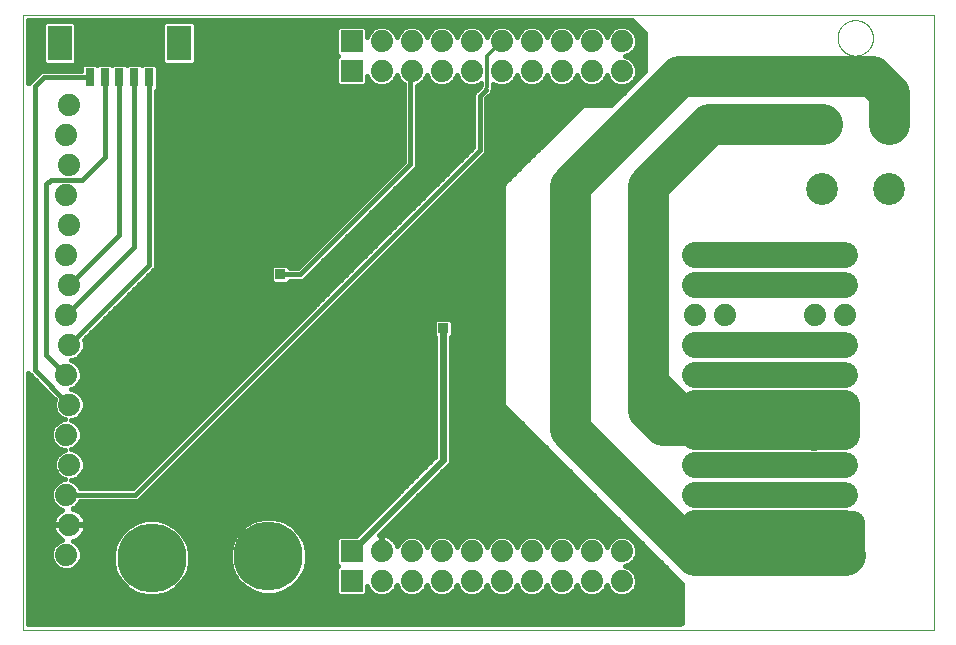
<source format=gbl>
G75*
%MOIN*%
%OFA0B0*%
%FSLAX25Y25*%
%IPPOS*%
%LPD*%
%AMOC8*
5,1,8,0,0,1.08239X$1,22.5*
%
%ADD10C,0.00000*%
%ADD11C,0.07400*%
%ADD12R,0.03150X0.06299*%
%ADD13R,0.08268X0.11811*%
%ADD14R,0.07400X0.07400*%
%ADD15C,0.23000*%
%ADD16C,0.10630*%
%ADD17C,0.08600*%
%ADD18C,0.01600*%
%ADD19C,0.01200*%
%ADD20R,0.03562X0.03562*%
%ADD21C,0.10000*%
%ADD22C,0.13819*%
%ADD23C,0.07600*%
%ADD24C,0.06600*%
%ADD25C,0.09055*%
%ADD26C,0.02400*%
D10*
X0002194Y0006842D02*
X0002194Y0211802D01*
X0305894Y0211802D01*
X0305894Y0006842D01*
X0002194Y0006842D01*
X0273768Y0204086D02*
X0273770Y0204239D01*
X0273776Y0204393D01*
X0273786Y0204546D01*
X0273800Y0204698D01*
X0273818Y0204851D01*
X0273840Y0205002D01*
X0273865Y0205153D01*
X0273895Y0205304D01*
X0273929Y0205454D01*
X0273966Y0205602D01*
X0274007Y0205750D01*
X0274052Y0205896D01*
X0274101Y0206042D01*
X0274154Y0206186D01*
X0274210Y0206328D01*
X0274270Y0206469D01*
X0274334Y0206609D01*
X0274401Y0206747D01*
X0274472Y0206883D01*
X0274547Y0207017D01*
X0274624Y0207149D01*
X0274706Y0207279D01*
X0274790Y0207407D01*
X0274878Y0207533D01*
X0274969Y0207656D01*
X0275063Y0207777D01*
X0275161Y0207895D01*
X0275261Y0208011D01*
X0275365Y0208124D01*
X0275471Y0208235D01*
X0275580Y0208343D01*
X0275692Y0208448D01*
X0275806Y0208549D01*
X0275924Y0208648D01*
X0276043Y0208744D01*
X0276165Y0208837D01*
X0276290Y0208926D01*
X0276417Y0209013D01*
X0276546Y0209095D01*
X0276677Y0209175D01*
X0276810Y0209251D01*
X0276945Y0209324D01*
X0277082Y0209393D01*
X0277221Y0209458D01*
X0277361Y0209520D01*
X0277503Y0209578D01*
X0277646Y0209633D01*
X0277791Y0209684D01*
X0277937Y0209731D01*
X0278084Y0209774D01*
X0278232Y0209813D01*
X0278381Y0209849D01*
X0278531Y0209880D01*
X0278682Y0209908D01*
X0278833Y0209932D01*
X0278986Y0209952D01*
X0279138Y0209968D01*
X0279291Y0209980D01*
X0279444Y0209988D01*
X0279597Y0209992D01*
X0279751Y0209992D01*
X0279904Y0209988D01*
X0280057Y0209980D01*
X0280210Y0209968D01*
X0280362Y0209952D01*
X0280515Y0209932D01*
X0280666Y0209908D01*
X0280817Y0209880D01*
X0280967Y0209849D01*
X0281116Y0209813D01*
X0281264Y0209774D01*
X0281411Y0209731D01*
X0281557Y0209684D01*
X0281702Y0209633D01*
X0281845Y0209578D01*
X0281987Y0209520D01*
X0282127Y0209458D01*
X0282266Y0209393D01*
X0282403Y0209324D01*
X0282538Y0209251D01*
X0282671Y0209175D01*
X0282802Y0209095D01*
X0282931Y0209013D01*
X0283058Y0208926D01*
X0283183Y0208837D01*
X0283305Y0208744D01*
X0283424Y0208648D01*
X0283542Y0208549D01*
X0283656Y0208448D01*
X0283768Y0208343D01*
X0283877Y0208235D01*
X0283983Y0208124D01*
X0284087Y0208011D01*
X0284187Y0207895D01*
X0284285Y0207777D01*
X0284379Y0207656D01*
X0284470Y0207533D01*
X0284558Y0207407D01*
X0284642Y0207279D01*
X0284724Y0207149D01*
X0284801Y0207017D01*
X0284876Y0206883D01*
X0284947Y0206747D01*
X0285014Y0206609D01*
X0285078Y0206469D01*
X0285138Y0206328D01*
X0285194Y0206186D01*
X0285247Y0206042D01*
X0285296Y0205896D01*
X0285341Y0205750D01*
X0285382Y0205602D01*
X0285419Y0205454D01*
X0285453Y0205304D01*
X0285483Y0205153D01*
X0285508Y0205002D01*
X0285530Y0204851D01*
X0285548Y0204698D01*
X0285562Y0204546D01*
X0285572Y0204393D01*
X0285578Y0204239D01*
X0285580Y0204086D01*
X0285578Y0203933D01*
X0285572Y0203779D01*
X0285562Y0203626D01*
X0285548Y0203474D01*
X0285530Y0203321D01*
X0285508Y0203170D01*
X0285483Y0203019D01*
X0285453Y0202868D01*
X0285419Y0202718D01*
X0285382Y0202570D01*
X0285341Y0202422D01*
X0285296Y0202276D01*
X0285247Y0202130D01*
X0285194Y0201986D01*
X0285138Y0201844D01*
X0285078Y0201703D01*
X0285014Y0201563D01*
X0284947Y0201425D01*
X0284876Y0201289D01*
X0284801Y0201155D01*
X0284724Y0201023D01*
X0284642Y0200893D01*
X0284558Y0200765D01*
X0284470Y0200639D01*
X0284379Y0200516D01*
X0284285Y0200395D01*
X0284187Y0200277D01*
X0284087Y0200161D01*
X0283983Y0200048D01*
X0283877Y0199937D01*
X0283768Y0199829D01*
X0283656Y0199724D01*
X0283542Y0199623D01*
X0283424Y0199524D01*
X0283305Y0199428D01*
X0283183Y0199335D01*
X0283058Y0199246D01*
X0282931Y0199159D01*
X0282802Y0199077D01*
X0282671Y0198997D01*
X0282538Y0198921D01*
X0282403Y0198848D01*
X0282266Y0198779D01*
X0282127Y0198714D01*
X0281987Y0198652D01*
X0281845Y0198594D01*
X0281702Y0198539D01*
X0281557Y0198488D01*
X0281411Y0198441D01*
X0281264Y0198398D01*
X0281116Y0198359D01*
X0280967Y0198323D01*
X0280817Y0198292D01*
X0280666Y0198264D01*
X0280515Y0198240D01*
X0280362Y0198220D01*
X0280210Y0198204D01*
X0280057Y0198192D01*
X0279904Y0198184D01*
X0279751Y0198180D01*
X0279597Y0198180D01*
X0279444Y0198184D01*
X0279291Y0198192D01*
X0279138Y0198204D01*
X0278986Y0198220D01*
X0278833Y0198240D01*
X0278682Y0198264D01*
X0278531Y0198292D01*
X0278381Y0198323D01*
X0278232Y0198359D01*
X0278084Y0198398D01*
X0277937Y0198441D01*
X0277791Y0198488D01*
X0277646Y0198539D01*
X0277503Y0198594D01*
X0277361Y0198652D01*
X0277221Y0198714D01*
X0277082Y0198779D01*
X0276945Y0198848D01*
X0276810Y0198921D01*
X0276677Y0198997D01*
X0276546Y0199077D01*
X0276417Y0199159D01*
X0276290Y0199246D01*
X0276165Y0199335D01*
X0276043Y0199428D01*
X0275924Y0199524D01*
X0275806Y0199623D01*
X0275692Y0199724D01*
X0275580Y0199829D01*
X0275471Y0199937D01*
X0275365Y0200048D01*
X0275261Y0200161D01*
X0275161Y0200277D01*
X0275063Y0200395D01*
X0274969Y0200516D01*
X0274878Y0200639D01*
X0274790Y0200765D01*
X0274706Y0200893D01*
X0274624Y0201023D01*
X0274547Y0201155D01*
X0274472Y0201289D01*
X0274401Y0201425D01*
X0274334Y0201563D01*
X0274270Y0201703D01*
X0274210Y0201844D01*
X0274154Y0201986D01*
X0274101Y0202130D01*
X0274052Y0202276D01*
X0274007Y0202422D01*
X0273966Y0202570D01*
X0273929Y0202718D01*
X0273895Y0202868D01*
X0273865Y0203019D01*
X0273840Y0203170D01*
X0273818Y0203321D01*
X0273800Y0203474D01*
X0273786Y0203626D01*
X0273776Y0203779D01*
X0273770Y0203933D01*
X0273768Y0204086D01*
D11*
X0201800Y0202983D03*
X0201800Y0192983D03*
X0191800Y0192983D03*
X0181800Y0192983D03*
X0171800Y0192983D03*
X0161800Y0192983D03*
X0151800Y0192983D03*
X0141800Y0192983D03*
X0131800Y0192983D03*
X0121800Y0192983D03*
X0121800Y0202983D03*
X0131800Y0202983D03*
X0141800Y0202983D03*
X0151800Y0202983D03*
X0161800Y0202983D03*
X0171800Y0202983D03*
X0181800Y0202983D03*
X0191800Y0202983D03*
X0226194Y0131842D03*
X0236194Y0131842D03*
X0236194Y0121842D03*
X0226194Y0121842D03*
X0226194Y0111842D03*
X0236194Y0111842D03*
X0236194Y0101842D03*
X0226194Y0101842D03*
X0226194Y0091842D03*
X0236194Y0091842D03*
X0236194Y0081842D03*
X0226194Y0081842D03*
X0226194Y0071842D03*
X0236194Y0071842D03*
X0236194Y0061842D03*
X0226194Y0061842D03*
X0226194Y0051842D03*
X0236194Y0051842D03*
X0236194Y0041842D03*
X0226194Y0041842D03*
X0226194Y0031842D03*
X0236194Y0031842D03*
X0266194Y0031842D03*
X0276194Y0031842D03*
X0276194Y0041842D03*
X0266194Y0041842D03*
X0266194Y0051842D03*
X0276194Y0051842D03*
X0276194Y0061842D03*
X0266194Y0061842D03*
X0266194Y0071842D03*
X0276194Y0071842D03*
X0276194Y0081842D03*
X0266194Y0081842D03*
X0266194Y0091842D03*
X0276194Y0091842D03*
X0276194Y0101842D03*
X0266194Y0101842D03*
X0266194Y0111842D03*
X0276194Y0111842D03*
X0276194Y0121842D03*
X0266194Y0121842D03*
X0266194Y0131842D03*
X0276194Y0131842D03*
X0201800Y0032983D03*
X0201800Y0022983D03*
X0191800Y0022983D03*
X0181800Y0022983D03*
X0171800Y0022983D03*
X0161800Y0022983D03*
X0151800Y0022983D03*
X0141800Y0022983D03*
X0131800Y0022983D03*
X0121800Y0022983D03*
X0121800Y0032983D03*
X0131800Y0032983D03*
X0141800Y0032983D03*
X0151800Y0032983D03*
X0161800Y0032983D03*
X0171800Y0032983D03*
X0181800Y0032983D03*
X0191800Y0032983D03*
X0017694Y0041842D03*
X0016694Y0051842D03*
X0017694Y0061842D03*
X0016694Y0071842D03*
X0017694Y0081842D03*
X0016694Y0091842D03*
X0017694Y0101842D03*
X0016694Y0111842D03*
X0017694Y0121842D03*
X0016694Y0131842D03*
X0017694Y0141842D03*
X0016694Y0151842D03*
X0017694Y0161842D03*
X0016694Y0171842D03*
X0017694Y0181842D03*
X0016694Y0031842D03*
D12*
X0024548Y0190936D03*
X0029469Y0190936D03*
X0034391Y0190936D03*
X0039312Y0190936D03*
X0044233Y0190936D03*
D13*
X0054272Y0202353D03*
X0014509Y0202353D03*
D14*
X0111800Y0202983D03*
X0111800Y0192983D03*
X0111800Y0032983D03*
X0111800Y0022983D03*
D15*
X0084083Y0031251D03*
X0045107Y0030857D03*
D16*
X0268454Y0153692D03*
X0290894Y0153692D03*
X0290894Y0175346D03*
X0268454Y0175346D03*
D17*
X0276194Y0131842D02*
X0226194Y0131842D01*
X0226194Y0121842D02*
X0276194Y0121842D01*
X0276194Y0101842D02*
X0226194Y0101842D01*
X0226194Y0091842D02*
X0276194Y0091842D01*
X0276194Y0061842D02*
X0266194Y0061842D01*
X0226194Y0061842D01*
X0226194Y0051842D02*
X0276194Y0051842D01*
D18*
X0276194Y0061842D02*
X0266194Y0061842D01*
X0219649Y0024425D02*
X0206723Y0024425D01*
X0206900Y0023998D02*
X0206124Y0025872D01*
X0204689Y0027307D01*
X0203056Y0027983D01*
X0204689Y0028660D01*
X0206124Y0030094D01*
X0206900Y0031969D01*
X0206900Y0033998D01*
X0206124Y0035872D01*
X0204689Y0037307D01*
X0202814Y0038083D01*
X0200786Y0038083D01*
X0198911Y0037307D01*
X0197476Y0035872D01*
X0196800Y0034239D01*
X0196124Y0035872D01*
X0194689Y0037307D01*
X0192814Y0038083D01*
X0190786Y0038083D01*
X0188911Y0037307D01*
X0187476Y0035872D01*
X0186800Y0034239D01*
X0186124Y0035872D01*
X0184689Y0037307D01*
X0182814Y0038083D01*
X0180786Y0038083D01*
X0178911Y0037307D01*
X0177476Y0035872D01*
X0176800Y0034239D01*
X0176124Y0035872D01*
X0174689Y0037307D01*
X0172814Y0038083D01*
X0170786Y0038083D01*
X0168911Y0037307D01*
X0167476Y0035872D01*
X0166800Y0034239D01*
X0166124Y0035872D01*
X0164689Y0037307D01*
X0162814Y0038083D01*
X0160786Y0038083D01*
X0158911Y0037307D01*
X0157476Y0035872D01*
X0156800Y0034239D01*
X0156124Y0035872D01*
X0154689Y0037307D01*
X0152814Y0038083D01*
X0150786Y0038083D01*
X0148911Y0037307D01*
X0147476Y0035872D01*
X0146800Y0034239D01*
X0146124Y0035872D01*
X0144689Y0037307D01*
X0142814Y0038083D01*
X0140786Y0038083D01*
X0138911Y0037307D01*
X0137476Y0035872D01*
X0136800Y0034239D01*
X0136124Y0035872D01*
X0134689Y0037307D01*
X0132814Y0038083D01*
X0130786Y0038083D01*
X0128911Y0037307D01*
X0127476Y0035872D01*
X0127010Y0034747D01*
X0126897Y0035095D01*
X0126504Y0035866D01*
X0125995Y0036566D01*
X0125383Y0037179D01*
X0124683Y0037687D01*
X0123911Y0038080D01*
X0123088Y0038348D01*
X0122233Y0038483D01*
X0122000Y0038483D01*
X0122000Y0033183D01*
X0121600Y0033183D01*
X0121600Y0038483D01*
X0121367Y0038483D01*
X0120903Y0038410D01*
X0144555Y0062062D01*
X0144951Y0063017D01*
X0144951Y0104293D01*
X0145532Y0104874D01*
X0145532Y0109596D01*
X0144712Y0110416D01*
X0139990Y0110416D01*
X0139170Y0109596D01*
X0139170Y0104874D01*
X0139751Y0104293D01*
X0139751Y0064612D01*
X0113223Y0038083D01*
X0107520Y0038083D01*
X0106700Y0037263D01*
X0106700Y0028704D01*
X0107420Y0027983D01*
X0106700Y0027263D01*
X0106700Y0018704D01*
X0107520Y0017883D01*
X0116080Y0017883D01*
X0116900Y0018704D01*
X0116900Y0021486D01*
X0117476Y0020094D01*
X0118911Y0018660D01*
X0120786Y0017883D01*
X0122814Y0017883D01*
X0124689Y0018660D01*
X0126124Y0020094D01*
X0126800Y0021728D01*
X0127476Y0020094D01*
X0128911Y0018660D01*
X0130786Y0017883D01*
X0132814Y0017883D01*
X0134689Y0018660D01*
X0136124Y0020094D01*
X0136800Y0021728D01*
X0137476Y0020094D01*
X0138911Y0018660D01*
X0140786Y0017883D01*
X0142814Y0017883D01*
X0144689Y0018660D01*
X0146124Y0020094D01*
X0146800Y0021728D01*
X0147476Y0020094D01*
X0148911Y0018660D01*
X0150786Y0017883D01*
X0152814Y0017883D01*
X0154689Y0018660D01*
X0156124Y0020094D01*
X0156800Y0021728D01*
X0157476Y0020094D01*
X0158911Y0018660D01*
X0160786Y0017883D01*
X0162814Y0017883D01*
X0164689Y0018660D01*
X0166124Y0020094D01*
X0166800Y0021728D01*
X0167476Y0020094D01*
X0168911Y0018660D01*
X0170786Y0017883D01*
X0172814Y0017883D01*
X0174689Y0018660D01*
X0176124Y0020094D01*
X0176800Y0021728D01*
X0177476Y0020094D01*
X0178911Y0018660D01*
X0180786Y0017883D01*
X0182814Y0017883D01*
X0184689Y0018660D01*
X0186124Y0020094D01*
X0186800Y0021728D01*
X0187476Y0020094D01*
X0188911Y0018660D01*
X0190786Y0017883D01*
X0192814Y0017883D01*
X0194689Y0018660D01*
X0196124Y0020094D01*
X0196800Y0021728D01*
X0197476Y0020094D01*
X0198911Y0018660D01*
X0200786Y0017883D01*
X0202814Y0017883D01*
X0204689Y0018660D01*
X0206124Y0020094D01*
X0206900Y0021969D01*
X0206900Y0023998D01*
X0206900Y0022827D02*
X0221248Y0022827D01*
X0221879Y0022196D02*
X0221879Y0009204D01*
X0221317Y0008642D01*
X0003994Y0008642D01*
X0003994Y0092430D01*
X0012879Y0083545D01*
X0012594Y0082856D01*
X0012594Y0080827D01*
X0013370Y0078953D01*
X0014805Y0077518D01*
X0016196Y0076942D01*
X0015679Y0076942D01*
X0013805Y0076165D01*
X0012370Y0074731D01*
X0011594Y0072856D01*
X0011594Y0070827D01*
X0012370Y0068953D01*
X0013805Y0067518D01*
X0015679Y0066742D01*
X0016196Y0066742D01*
X0014805Y0066165D01*
X0013370Y0064731D01*
X0012594Y0062856D01*
X0012594Y0060827D01*
X0013370Y0058953D01*
X0014805Y0057518D01*
X0016196Y0056942D01*
X0015679Y0056942D01*
X0013805Y0056165D01*
X0012370Y0054731D01*
X0011594Y0052856D01*
X0011594Y0050827D01*
X0012370Y0048953D01*
X0013805Y0047518D01*
X0015413Y0046852D01*
X0014811Y0046546D01*
X0014111Y0046037D01*
X0013499Y0045425D01*
X0012990Y0044724D01*
X0012597Y0043953D01*
X0012329Y0043130D01*
X0012194Y0042275D01*
X0012194Y0042042D01*
X0017494Y0042042D01*
X0017494Y0041642D01*
X0012194Y0041642D01*
X0012194Y0041409D01*
X0012329Y0040554D01*
X0012597Y0039730D01*
X0012990Y0038959D01*
X0013499Y0038259D01*
X0014111Y0037647D01*
X0014811Y0037138D01*
X0015413Y0036831D01*
X0013805Y0036165D01*
X0012370Y0034731D01*
X0011594Y0032856D01*
X0011594Y0030827D01*
X0012370Y0028953D01*
X0013805Y0027518D01*
X0015679Y0026742D01*
X0017708Y0026742D01*
X0019583Y0027518D01*
X0021017Y0028953D01*
X0021794Y0030827D01*
X0021794Y0032856D01*
X0021017Y0034731D01*
X0019583Y0036165D01*
X0018872Y0036460D01*
X0018982Y0036477D01*
X0019805Y0036745D01*
X0020576Y0037138D01*
X0021277Y0037647D01*
X0021889Y0038259D01*
X0022398Y0038959D01*
X0022791Y0039730D01*
X0023058Y0040554D01*
X0023194Y0041409D01*
X0023194Y0041642D01*
X0017894Y0041642D01*
X0017894Y0042042D01*
X0023194Y0042042D01*
X0023194Y0042275D01*
X0023058Y0043130D01*
X0022791Y0043953D01*
X0022398Y0044724D01*
X0021889Y0045425D01*
X0021277Y0046037D01*
X0020576Y0046546D01*
X0019805Y0046939D01*
X0018982Y0047206D01*
X0018872Y0047224D01*
X0019583Y0047518D01*
X0021017Y0048953D01*
X0021303Y0049642D01*
X0040625Y0049642D01*
X0041913Y0050930D01*
X0041913Y0050930D01*
X0156756Y0165773D01*
X0156756Y0183883D01*
X0158724Y0185852D01*
X0158724Y0186528D01*
X0158918Y0186722D01*
X0158918Y0188657D01*
X0160786Y0187883D01*
X0162814Y0187883D01*
X0164689Y0188660D01*
X0166124Y0190094D01*
X0166800Y0191728D01*
X0167476Y0190094D01*
X0168911Y0188660D01*
X0170786Y0187883D01*
X0172814Y0187883D01*
X0174689Y0188660D01*
X0176124Y0190094D01*
X0176800Y0191728D01*
X0177476Y0190094D01*
X0178911Y0188660D01*
X0180786Y0187883D01*
X0182814Y0187883D01*
X0184689Y0188660D01*
X0186124Y0190094D01*
X0186800Y0191728D01*
X0187476Y0190094D01*
X0188911Y0188660D01*
X0190786Y0187883D01*
X0192814Y0187883D01*
X0194689Y0188660D01*
X0196124Y0190094D01*
X0196800Y0191728D01*
X0197476Y0190094D01*
X0198911Y0188660D01*
X0200786Y0187883D01*
X0202814Y0187883D01*
X0204689Y0188660D01*
X0206124Y0190094D01*
X0206900Y0191969D01*
X0206900Y0193998D01*
X0206124Y0195872D01*
X0204689Y0197307D01*
X0203056Y0197983D01*
X0204689Y0198660D01*
X0206124Y0200094D01*
X0206900Y0201969D01*
X0206900Y0203998D01*
X0206124Y0205872D01*
X0204689Y0207307D01*
X0202814Y0208083D01*
X0200786Y0208083D01*
X0198911Y0207307D01*
X0197476Y0205872D01*
X0196800Y0204239D01*
X0196124Y0205872D01*
X0194689Y0207307D01*
X0192814Y0208083D01*
X0190786Y0208083D01*
X0188911Y0207307D01*
X0187476Y0205872D01*
X0186800Y0204239D01*
X0186124Y0205872D01*
X0184689Y0207307D01*
X0182814Y0208083D01*
X0180786Y0208083D01*
X0178911Y0207307D01*
X0177476Y0205872D01*
X0176800Y0204239D01*
X0176124Y0205872D01*
X0174689Y0207307D01*
X0172814Y0208083D01*
X0170786Y0208083D01*
X0168911Y0207307D01*
X0167476Y0205872D01*
X0166800Y0204239D01*
X0166124Y0205872D01*
X0164689Y0207307D01*
X0162814Y0208083D01*
X0160786Y0208083D01*
X0158911Y0207307D01*
X0157476Y0205872D01*
X0156800Y0204239D01*
X0156124Y0205872D01*
X0154689Y0207307D01*
X0152814Y0208083D01*
X0150786Y0208083D01*
X0148911Y0207307D01*
X0147476Y0205872D01*
X0146800Y0204239D01*
X0146124Y0205872D01*
X0144689Y0207307D01*
X0142814Y0208083D01*
X0140786Y0208083D01*
X0138911Y0207307D01*
X0137476Y0205872D01*
X0136800Y0204239D01*
X0136124Y0205872D01*
X0134689Y0207307D01*
X0132814Y0208083D01*
X0130786Y0208083D01*
X0128911Y0207307D01*
X0127476Y0205872D01*
X0126800Y0204239D01*
X0126124Y0205872D01*
X0124689Y0207307D01*
X0122814Y0208083D01*
X0120786Y0208083D01*
X0118911Y0207307D01*
X0117476Y0205872D01*
X0116900Y0204481D01*
X0116900Y0207263D01*
X0116080Y0208083D01*
X0107520Y0208083D01*
X0106700Y0207263D01*
X0106700Y0198704D01*
X0107420Y0197983D01*
X0106700Y0197263D01*
X0106700Y0188704D01*
X0107520Y0187883D01*
X0116080Y0187883D01*
X0116900Y0188704D01*
X0116900Y0191486D01*
X0117476Y0190094D01*
X0118911Y0188660D01*
X0120786Y0187883D01*
X0122814Y0187883D01*
X0124689Y0188660D01*
X0126124Y0190094D01*
X0126800Y0191728D01*
X0127476Y0190094D01*
X0128911Y0188660D01*
X0129128Y0188570D01*
X0129128Y0162871D01*
X0093802Y0127546D01*
X0091202Y0127546D01*
X0091202Y0127707D01*
X0090381Y0128527D01*
X0085659Y0128527D01*
X0084839Y0127707D01*
X0084839Y0122985D01*
X0085659Y0122165D01*
X0090381Y0122165D01*
X0091202Y0122985D01*
X0091202Y0123146D01*
X0095625Y0123146D01*
X0132239Y0159760D01*
X0133528Y0161049D01*
X0133528Y0188179D01*
X0134689Y0188660D01*
X0136124Y0190094D01*
X0136800Y0191728D01*
X0137476Y0190094D01*
X0138911Y0188660D01*
X0140786Y0187883D01*
X0142814Y0187883D01*
X0144689Y0188660D01*
X0146124Y0190094D01*
X0146800Y0191728D01*
X0147476Y0190094D01*
X0148911Y0188660D01*
X0150786Y0187883D01*
X0152814Y0187883D01*
X0154689Y0188660D01*
X0154918Y0188889D01*
X0154918Y0188379D01*
X0154524Y0187985D01*
X0154524Y0187874D01*
X0152356Y0185706D01*
X0152356Y0167595D01*
X0038802Y0054042D01*
X0021303Y0054042D01*
X0021017Y0054731D01*
X0019583Y0056165D01*
X0018191Y0056742D01*
X0018708Y0056742D01*
X0020583Y0057518D01*
X0022017Y0058953D01*
X0022794Y0060827D01*
X0022794Y0062856D01*
X0022017Y0064731D01*
X0020583Y0066165D01*
X0018708Y0066942D01*
X0018191Y0066942D01*
X0019583Y0067518D01*
X0021017Y0068953D01*
X0021794Y0070827D01*
X0021794Y0072856D01*
X0021017Y0074731D01*
X0019583Y0076165D01*
X0018191Y0076742D01*
X0018708Y0076742D01*
X0020583Y0077518D01*
X0022017Y0078953D01*
X0022794Y0080827D01*
X0022794Y0082856D01*
X0022017Y0084731D01*
X0020583Y0086165D01*
X0018708Y0086942D01*
X0018191Y0086942D01*
X0019583Y0087518D01*
X0021017Y0088953D01*
X0021794Y0090827D01*
X0021794Y0092856D01*
X0021017Y0094731D01*
X0019583Y0096165D01*
X0018191Y0096742D01*
X0018708Y0096742D01*
X0020583Y0097518D01*
X0022017Y0098953D01*
X0022794Y0100827D01*
X0022794Y0102856D01*
X0022508Y0103545D01*
X0046433Y0127470D01*
X0046433Y0186432D01*
X0047208Y0187207D01*
X0047208Y0194666D01*
X0046388Y0195486D01*
X0042078Y0195486D01*
X0041772Y0195180D01*
X0041467Y0195486D01*
X0037157Y0195486D01*
X0036851Y0195180D01*
X0036545Y0195486D01*
X0032236Y0195486D01*
X0031930Y0195180D01*
X0031624Y0195486D01*
X0027315Y0195486D01*
X0027009Y0195180D01*
X0026703Y0195486D01*
X0022393Y0195486D01*
X0021573Y0194666D01*
X0021573Y0193136D01*
X0008212Y0193136D01*
X0005219Y0190144D01*
X0003994Y0188918D01*
X0003994Y0210002D01*
X0205332Y0210002D01*
X0209674Y0205661D01*
X0209674Y0193062D01*
X0198257Y0181645D01*
X0188808Y0181645D01*
X0162430Y0155267D01*
X0162430Y0081645D01*
X0221879Y0022196D01*
X0221879Y0021228D02*
X0206593Y0021228D01*
X0205659Y0019630D02*
X0221879Y0019630D01*
X0221879Y0018031D02*
X0203171Y0018031D01*
X0200429Y0018031D02*
X0193171Y0018031D01*
X0190429Y0018031D02*
X0183171Y0018031D01*
X0180429Y0018031D02*
X0173171Y0018031D01*
X0170429Y0018031D02*
X0163171Y0018031D01*
X0160429Y0018031D02*
X0153171Y0018031D01*
X0150429Y0018031D02*
X0143171Y0018031D01*
X0140429Y0018031D02*
X0133171Y0018031D01*
X0130429Y0018031D02*
X0123171Y0018031D01*
X0120429Y0018031D02*
X0116228Y0018031D01*
X0116900Y0019630D02*
X0117941Y0019630D01*
X0117007Y0021228D02*
X0116900Y0021228D01*
X0125659Y0019630D02*
X0127941Y0019630D01*
X0127007Y0021228D02*
X0126593Y0021228D01*
X0135659Y0019630D02*
X0137941Y0019630D01*
X0137007Y0021228D02*
X0136593Y0021228D01*
X0145659Y0019630D02*
X0147941Y0019630D01*
X0147007Y0021228D02*
X0146593Y0021228D01*
X0155659Y0019630D02*
X0157941Y0019630D01*
X0157007Y0021228D02*
X0156593Y0021228D01*
X0165659Y0019630D02*
X0167941Y0019630D01*
X0167007Y0021228D02*
X0166593Y0021228D01*
X0175659Y0019630D02*
X0177941Y0019630D01*
X0177007Y0021228D02*
X0176593Y0021228D01*
X0185659Y0019630D02*
X0187941Y0019630D01*
X0187007Y0021228D02*
X0186593Y0021228D01*
X0195659Y0019630D02*
X0197941Y0019630D01*
X0197007Y0021228D02*
X0196593Y0021228D01*
X0203928Y0027622D02*
X0216452Y0027622D01*
X0214854Y0029221D02*
X0205250Y0029221D01*
X0206424Y0030819D02*
X0213255Y0030819D01*
X0211657Y0032418D02*
X0206900Y0032418D01*
X0206892Y0034016D02*
X0210058Y0034016D01*
X0208460Y0035615D02*
X0206230Y0035615D01*
X0206861Y0037213D02*
X0204782Y0037213D01*
X0205263Y0038812D02*
X0121305Y0038812D01*
X0121600Y0037213D02*
X0122000Y0037213D01*
X0122000Y0035615D02*
X0121600Y0035615D01*
X0121600Y0034016D02*
X0122000Y0034016D01*
X0125335Y0037213D02*
X0128817Y0037213D01*
X0127370Y0035615D02*
X0126632Y0035615D01*
X0122904Y0040410D02*
X0203664Y0040410D01*
X0202066Y0042009D02*
X0124502Y0042009D01*
X0126101Y0043607D02*
X0200467Y0043607D01*
X0198869Y0045206D02*
X0127699Y0045206D01*
X0129298Y0046804D02*
X0197270Y0046804D01*
X0195672Y0048403D02*
X0130896Y0048403D01*
X0132495Y0050001D02*
X0194073Y0050001D01*
X0192475Y0051600D02*
X0134094Y0051600D01*
X0135692Y0053199D02*
X0190876Y0053199D01*
X0189278Y0054797D02*
X0137291Y0054797D01*
X0138889Y0056396D02*
X0187679Y0056396D01*
X0186081Y0057994D02*
X0140488Y0057994D01*
X0142086Y0059593D02*
X0184482Y0059593D01*
X0182884Y0061191D02*
X0143685Y0061191D01*
X0144857Y0062790D02*
X0181285Y0062790D01*
X0179687Y0064388D02*
X0144951Y0064388D01*
X0144951Y0065987D02*
X0178088Y0065987D01*
X0176490Y0067585D02*
X0144951Y0067585D01*
X0144951Y0069184D02*
X0174891Y0069184D01*
X0173293Y0070782D02*
X0144951Y0070782D01*
X0144951Y0072381D02*
X0171694Y0072381D01*
X0170096Y0073979D02*
X0144951Y0073979D01*
X0144951Y0075578D02*
X0168497Y0075578D01*
X0166899Y0077176D02*
X0144951Y0077176D01*
X0144951Y0078775D02*
X0165300Y0078775D01*
X0163702Y0080373D02*
X0144951Y0080373D01*
X0144951Y0081972D02*
X0162430Y0081972D01*
X0162430Y0083570D02*
X0144951Y0083570D01*
X0144951Y0085169D02*
X0162430Y0085169D01*
X0162430Y0086767D02*
X0144951Y0086767D01*
X0144951Y0088366D02*
X0162430Y0088366D01*
X0162430Y0089964D02*
X0144951Y0089964D01*
X0144951Y0091563D02*
X0162430Y0091563D01*
X0162430Y0093161D02*
X0144951Y0093161D01*
X0144951Y0094760D02*
X0162430Y0094760D01*
X0162430Y0096358D02*
X0144951Y0096358D01*
X0144951Y0097957D02*
X0162430Y0097957D01*
X0162430Y0099555D02*
X0144951Y0099555D01*
X0144951Y0101154D02*
X0162430Y0101154D01*
X0162430Y0102752D02*
X0144951Y0102752D01*
X0145009Y0104351D02*
X0162430Y0104351D01*
X0162430Y0105949D02*
X0145532Y0105949D01*
X0145532Y0107548D02*
X0162430Y0107548D01*
X0162430Y0109146D02*
X0145532Y0109146D01*
X0139170Y0109146D02*
X0100129Y0109146D01*
X0098531Y0107548D02*
X0139170Y0107548D01*
X0139170Y0105949D02*
X0096932Y0105949D01*
X0095334Y0104351D02*
X0139694Y0104351D01*
X0139751Y0102752D02*
X0093735Y0102752D01*
X0092137Y0101154D02*
X0139751Y0101154D01*
X0139751Y0099555D02*
X0090538Y0099555D01*
X0088940Y0097957D02*
X0139751Y0097957D01*
X0139751Y0096358D02*
X0087341Y0096358D01*
X0085743Y0094760D02*
X0139751Y0094760D01*
X0139751Y0093161D02*
X0084144Y0093161D01*
X0082546Y0091563D02*
X0139751Y0091563D01*
X0139751Y0089964D02*
X0080947Y0089964D01*
X0079349Y0088366D02*
X0139751Y0088366D01*
X0139751Y0086767D02*
X0077750Y0086767D01*
X0076152Y0085169D02*
X0139751Y0085169D01*
X0139751Y0083570D02*
X0074553Y0083570D01*
X0072955Y0081972D02*
X0139751Y0081972D01*
X0139751Y0080373D02*
X0071356Y0080373D01*
X0069758Y0078775D02*
X0139751Y0078775D01*
X0139751Y0077176D02*
X0068159Y0077176D01*
X0066561Y0075578D02*
X0139751Y0075578D01*
X0139751Y0073979D02*
X0064962Y0073979D01*
X0063364Y0072381D02*
X0139751Y0072381D01*
X0139751Y0070782D02*
X0061765Y0070782D01*
X0060167Y0069184D02*
X0139751Y0069184D01*
X0139751Y0067585D02*
X0058568Y0067585D01*
X0056970Y0065987D02*
X0139751Y0065987D01*
X0139528Y0064388D02*
X0055371Y0064388D01*
X0053773Y0062790D02*
X0137929Y0062790D01*
X0136331Y0061191D02*
X0052174Y0061191D01*
X0050576Y0059593D02*
X0134732Y0059593D01*
X0133134Y0057994D02*
X0048977Y0057994D01*
X0047378Y0056396D02*
X0131535Y0056396D01*
X0129937Y0054797D02*
X0045780Y0054797D01*
X0044181Y0053199D02*
X0128338Y0053199D01*
X0126740Y0051600D02*
X0042583Y0051600D01*
X0040984Y0050001D02*
X0125141Y0050001D01*
X0123543Y0048403D02*
X0020467Y0048403D01*
X0020068Y0046804D02*
X0121944Y0046804D01*
X0120346Y0045206D02*
X0022048Y0045206D01*
X0022903Y0043607D02*
X0042849Y0043607D01*
X0043409Y0043757D02*
X0040128Y0042878D01*
X0037186Y0041180D01*
X0034785Y0038778D01*
X0033086Y0035837D01*
X0032207Y0032556D01*
X0032207Y0029159D01*
X0033086Y0025878D01*
X0034785Y0022937D01*
X0037186Y0020535D01*
X0040128Y0018837D01*
X0043409Y0017957D01*
X0046805Y0017957D01*
X0050086Y0018837D01*
X0053028Y0020535D01*
X0055430Y0022937D01*
X0057128Y0025878D01*
X0058007Y0029159D01*
X0058007Y0032556D01*
X0057128Y0035837D01*
X0055430Y0038778D01*
X0053028Y0041180D01*
X0050086Y0042878D01*
X0046805Y0043757D01*
X0043409Y0043757D01*
X0038622Y0042009D02*
X0017894Y0042009D01*
X0017494Y0042009D02*
X0003994Y0042009D01*
X0003994Y0043607D02*
X0012484Y0043607D01*
X0013340Y0045206D02*
X0003994Y0045206D01*
X0003994Y0046804D02*
X0015319Y0046804D01*
X0012920Y0048403D02*
X0003994Y0048403D01*
X0003994Y0050001D02*
X0011936Y0050001D01*
X0011594Y0051600D02*
X0003994Y0051600D01*
X0003994Y0053199D02*
X0011736Y0053199D01*
X0012437Y0054797D02*
X0003994Y0054797D01*
X0003994Y0056396D02*
X0014361Y0056396D01*
X0014329Y0057994D02*
X0003994Y0057994D01*
X0003994Y0059593D02*
X0013105Y0059593D01*
X0012594Y0061191D02*
X0003994Y0061191D01*
X0003994Y0062790D02*
X0012594Y0062790D01*
X0013228Y0064388D02*
X0003994Y0064388D01*
X0003994Y0065987D02*
X0014626Y0065987D01*
X0013738Y0067585D02*
X0003994Y0067585D01*
X0003994Y0069184D02*
X0012274Y0069184D01*
X0011612Y0070782D02*
X0003994Y0070782D01*
X0003994Y0072381D02*
X0011594Y0072381D01*
X0012059Y0073979D02*
X0003994Y0073979D01*
X0003994Y0075578D02*
X0013217Y0075578D01*
X0015630Y0077176D02*
X0003994Y0077176D01*
X0003994Y0078775D02*
X0013548Y0078775D01*
X0012782Y0080373D02*
X0003994Y0080373D01*
X0003994Y0081972D02*
X0012594Y0081972D01*
X0012854Y0083570D02*
X0003994Y0083570D01*
X0003994Y0085169D02*
X0011255Y0085169D01*
X0009657Y0086767D02*
X0003994Y0086767D01*
X0003994Y0088366D02*
X0008058Y0088366D01*
X0006460Y0089964D02*
X0003994Y0089964D01*
X0003994Y0091563D02*
X0004861Y0091563D01*
X0006131Y0093405D02*
X0017694Y0081842D01*
X0022794Y0081972D02*
X0066732Y0081972D01*
X0068331Y0083570D02*
X0022498Y0083570D01*
X0021579Y0085169D02*
X0069929Y0085169D01*
X0071528Y0086767D02*
X0019129Y0086767D01*
X0020430Y0088366D02*
X0073126Y0088366D01*
X0074725Y0089964D02*
X0021436Y0089964D01*
X0021794Y0091563D02*
X0076323Y0091563D01*
X0077922Y0093161D02*
X0021667Y0093161D01*
X0020988Y0094760D02*
X0079520Y0094760D01*
X0081119Y0096358D02*
X0019116Y0096358D01*
X0021021Y0097957D02*
X0082717Y0097957D01*
X0084316Y0099555D02*
X0022267Y0099555D01*
X0022794Y0101154D02*
X0085914Y0101154D01*
X0087513Y0102752D02*
X0022794Y0102752D01*
X0023314Y0104351D02*
X0089111Y0104351D01*
X0090710Y0105949D02*
X0024913Y0105949D01*
X0026511Y0107548D02*
X0092308Y0107548D01*
X0093907Y0109146D02*
X0028110Y0109146D01*
X0029708Y0110745D02*
X0095505Y0110745D01*
X0097104Y0112343D02*
X0031307Y0112343D01*
X0032905Y0113942D02*
X0098702Y0113942D01*
X0100301Y0115540D02*
X0034504Y0115540D01*
X0036102Y0117139D02*
X0101899Y0117139D01*
X0103498Y0118737D02*
X0037701Y0118737D01*
X0039299Y0120336D02*
X0105096Y0120336D01*
X0106695Y0121934D02*
X0040898Y0121934D01*
X0042496Y0123533D02*
X0084839Y0123533D01*
X0084839Y0125132D02*
X0044095Y0125132D01*
X0045693Y0126730D02*
X0084839Y0126730D01*
X0085461Y0128329D02*
X0046433Y0128329D01*
X0046433Y0129927D02*
X0096184Y0129927D01*
X0097782Y0131526D02*
X0046433Y0131526D01*
X0046433Y0133124D02*
X0099381Y0133124D01*
X0100979Y0134723D02*
X0046433Y0134723D01*
X0046433Y0136321D02*
X0102578Y0136321D01*
X0104176Y0137920D02*
X0046433Y0137920D01*
X0046433Y0139518D02*
X0105775Y0139518D01*
X0107373Y0141117D02*
X0046433Y0141117D01*
X0046433Y0142715D02*
X0108972Y0142715D01*
X0110570Y0144314D02*
X0046433Y0144314D01*
X0046433Y0145912D02*
X0112169Y0145912D01*
X0113767Y0147511D02*
X0046433Y0147511D01*
X0046433Y0149109D02*
X0115366Y0149109D01*
X0116964Y0150708D02*
X0046433Y0150708D01*
X0046433Y0152306D02*
X0118563Y0152306D01*
X0120161Y0153905D02*
X0046433Y0153905D01*
X0046433Y0155503D02*
X0121760Y0155503D01*
X0123358Y0157102D02*
X0046433Y0157102D01*
X0046433Y0158700D02*
X0124957Y0158700D01*
X0126555Y0160299D02*
X0046433Y0160299D01*
X0046433Y0161897D02*
X0128154Y0161897D01*
X0129128Y0163496D02*
X0046433Y0163496D01*
X0046433Y0165094D02*
X0129128Y0165094D01*
X0129128Y0166693D02*
X0046433Y0166693D01*
X0046433Y0168291D02*
X0129128Y0168291D01*
X0129128Y0169890D02*
X0046433Y0169890D01*
X0046433Y0171488D02*
X0129128Y0171488D01*
X0129128Y0173087D02*
X0046433Y0173087D01*
X0046433Y0174685D02*
X0129128Y0174685D01*
X0129128Y0176284D02*
X0046433Y0176284D01*
X0046433Y0177882D02*
X0129128Y0177882D01*
X0129128Y0179481D02*
X0046433Y0179481D01*
X0046433Y0181079D02*
X0129128Y0181079D01*
X0129128Y0182678D02*
X0046433Y0182678D01*
X0046433Y0184276D02*
X0129128Y0184276D01*
X0129128Y0185875D02*
X0046433Y0185875D01*
X0047208Y0187473D02*
X0129128Y0187473D01*
X0128499Y0189072D02*
X0125101Y0189072D01*
X0126362Y0190670D02*
X0127238Y0190670D01*
X0131328Y0192511D02*
X0131800Y0192983D01*
X0131328Y0192511D02*
X0131328Y0161960D01*
X0094713Y0125346D01*
X0088020Y0125346D01*
X0090580Y0128329D02*
X0094585Y0128329D01*
X0097611Y0125132D02*
X0109892Y0125132D01*
X0111490Y0126730D02*
X0099209Y0126730D01*
X0100808Y0128329D02*
X0113089Y0128329D01*
X0114687Y0129927D02*
X0102406Y0129927D01*
X0104005Y0131526D02*
X0116286Y0131526D01*
X0117885Y0133124D02*
X0105603Y0133124D01*
X0107202Y0134723D02*
X0119483Y0134723D01*
X0121082Y0136321D02*
X0108800Y0136321D01*
X0110399Y0137920D02*
X0122680Y0137920D01*
X0124279Y0139518D02*
X0111997Y0139518D01*
X0113596Y0141117D02*
X0125877Y0141117D01*
X0127476Y0142715D02*
X0115194Y0142715D01*
X0116793Y0144314D02*
X0129074Y0144314D01*
X0130673Y0145912D02*
X0118391Y0145912D01*
X0119990Y0147511D02*
X0132271Y0147511D01*
X0133870Y0149109D02*
X0121588Y0149109D01*
X0123187Y0150708D02*
X0135468Y0150708D01*
X0137067Y0152306D02*
X0124785Y0152306D01*
X0126384Y0153905D02*
X0138665Y0153905D01*
X0140264Y0155503D02*
X0127982Y0155503D01*
X0129581Y0157102D02*
X0141862Y0157102D01*
X0143461Y0158700D02*
X0131179Y0158700D01*
X0132778Y0160299D02*
X0145059Y0160299D01*
X0146658Y0161897D02*
X0133528Y0161897D01*
X0133528Y0163496D02*
X0148256Y0163496D01*
X0149855Y0165094D02*
X0133528Y0165094D01*
X0133528Y0166693D02*
X0151453Y0166693D01*
X0152356Y0168291D02*
X0133528Y0168291D01*
X0133528Y0169890D02*
X0152356Y0169890D01*
X0152356Y0171488D02*
X0133528Y0171488D01*
X0133528Y0173087D02*
X0152356Y0173087D01*
X0152356Y0174685D02*
X0133528Y0174685D01*
X0133528Y0176284D02*
X0152356Y0176284D01*
X0152356Y0177882D02*
X0133528Y0177882D01*
X0133528Y0179481D02*
X0152356Y0179481D01*
X0152356Y0181079D02*
X0133528Y0181079D01*
X0133528Y0182678D02*
X0152356Y0182678D01*
X0152356Y0184276D02*
X0133528Y0184276D01*
X0133528Y0185875D02*
X0152525Y0185875D01*
X0154124Y0187473D02*
X0133528Y0187473D01*
X0135101Y0189072D02*
X0138499Y0189072D01*
X0137238Y0190670D02*
X0136362Y0190670D01*
X0145101Y0189072D02*
X0148499Y0189072D01*
X0147238Y0190670D02*
X0146362Y0190670D01*
X0154556Y0184794D02*
X0156524Y0186763D01*
X0158724Y0185875D02*
X0202487Y0185875D01*
X0204085Y0187473D02*
X0158918Y0187473D01*
X0157149Y0184276D02*
X0200888Y0184276D01*
X0199290Y0182678D02*
X0156756Y0182678D01*
X0156756Y0181079D02*
X0188242Y0181079D01*
X0186644Y0179481D02*
X0156756Y0179481D01*
X0156756Y0177882D02*
X0185045Y0177882D01*
X0183447Y0176284D02*
X0156756Y0176284D01*
X0156756Y0174685D02*
X0181848Y0174685D01*
X0180250Y0173087D02*
X0156756Y0173087D01*
X0156756Y0171488D02*
X0178651Y0171488D01*
X0177053Y0169890D02*
X0156756Y0169890D01*
X0156756Y0168291D02*
X0175454Y0168291D01*
X0173856Y0166693D02*
X0156756Y0166693D01*
X0156077Y0165094D02*
X0172257Y0165094D01*
X0170659Y0163496D02*
X0154479Y0163496D01*
X0152880Y0161897D02*
X0169060Y0161897D01*
X0167462Y0160299D02*
X0151282Y0160299D01*
X0149683Y0158700D02*
X0165863Y0158700D01*
X0164265Y0157102D02*
X0148085Y0157102D01*
X0146486Y0155503D02*
X0162666Y0155503D01*
X0162430Y0153905D02*
X0144888Y0153905D01*
X0143289Y0152306D02*
X0162430Y0152306D01*
X0162430Y0150708D02*
X0141691Y0150708D01*
X0140092Y0149109D02*
X0162430Y0149109D01*
X0162430Y0147511D02*
X0138494Y0147511D01*
X0136895Y0145912D02*
X0162430Y0145912D01*
X0162430Y0144314D02*
X0135297Y0144314D01*
X0133698Y0142715D02*
X0162430Y0142715D01*
X0162430Y0141117D02*
X0132100Y0141117D01*
X0130501Y0139518D02*
X0162430Y0139518D01*
X0162430Y0137920D02*
X0128903Y0137920D01*
X0127304Y0136321D02*
X0162430Y0136321D01*
X0162430Y0134723D02*
X0125706Y0134723D01*
X0124107Y0133124D02*
X0162430Y0133124D01*
X0162430Y0131526D02*
X0122509Y0131526D01*
X0120910Y0129927D02*
X0162430Y0129927D01*
X0162430Y0128329D02*
X0119312Y0128329D01*
X0117713Y0126730D02*
X0162430Y0126730D01*
X0162430Y0125132D02*
X0116114Y0125132D01*
X0114516Y0123533D02*
X0162430Y0123533D01*
X0162430Y0121934D02*
X0112917Y0121934D01*
X0111319Y0120336D02*
X0162430Y0120336D01*
X0162430Y0118737D02*
X0109720Y0118737D01*
X0108122Y0117139D02*
X0162430Y0117139D01*
X0162430Y0115540D02*
X0106523Y0115540D01*
X0104925Y0113942D02*
X0162430Y0113942D01*
X0162430Y0112343D02*
X0103326Y0112343D01*
X0101728Y0110745D02*
X0162430Y0110745D01*
X0108293Y0123533D02*
X0096012Y0123533D01*
X0044233Y0128381D02*
X0017694Y0101842D01*
X0010068Y0098468D02*
X0016694Y0091842D01*
X0010068Y0098468D02*
X0010068Y0155267D01*
X0011643Y0156842D01*
X0021879Y0156842D01*
X0029469Y0164432D01*
X0029469Y0190936D01*
X0024548Y0190936D02*
X0009123Y0190936D01*
X0006131Y0187944D01*
X0006131Y0093405D01*
X0022606Y0080373D02*
X0065134Y0080373D01*
X0063535Y0078775D02*
X0021839Y0078775D01*
X0019757Y0077176D02*
X0061937Y0077176D01*
X0060338Y0075578D02*
X0020170Y0075578D01*
X0021329Y0073979D02*
X0058740Y0073979D01*
X0057141Y0072381D02*
X0021794Y0072381D01*
X0021775Y0070782D02*
X0055543Y0070782D01*
X0053944Y0069184D02*
X0021113Y0069184D01*
X0019650Y0067585D02*
X0052346Y0067585D01*
X0050747Y0065987D02*
X0020761Y0065987D01*
X0022159Y0064388D02*
X0049149Y0064388D01*
X0047550Y0062790D02*
X0022794Y0062790D01*
X0022794Y0061191D02*
X0045952Y0061191D01*
X0044353Y0059593D02*
X0022282Y0059593D01*
X0021059Y0057994D02*
X0042754Y0057994D01*
X0041156Y0056396D02*
X0019027Y0056396D01*
X0020951Y0054797D02*
X0039557Y0054797D01*
X0039713Y0051842D02*
X0154556Y0166684D01*
X0154556Y0184794D01*
X0165101Y0189072D02*
X0168499Y0189072D01*
X0167238Y0190670D02*
X0166362Y0190670D01*
X0175101Y0189072D02*
X0178499Y0189072D01*
X0177238Y0190670D02*
X0176362Y0190670D01*
X0185101Y0189072D02*
X0188499Y0189072D01*
X0187238Y0190670D02*
X0186362Y0190670D01*
X0195101Y0189072D02*
X0198499Y0189072D01*
X0197238Y0190670D02*
X0196362Y0190670D01*
X0205101Y0189072D02*
X0205684Y0189072D01*
X0206362Y0190670D02*
X0207282Y0190670D01*
X0206900Y0192269D02*
X0208881Y0192269D01*
X0209674Y0193868D02*
X0206900Y0193868D01*
X0206292Y0195466D02*
X0209674Y0195466D01*
X0209674Y0197065D02*
X0204931Y0197065D01*
X0204692Y0198663D02*
X0209674Y0198663D01*
X0209674Y0200262D02*
X0206193Y0200262D01*
X0206855Y0201860D02*
X0209674Y0201860D01*
X0209674Y0203459D02*
X0206900Y0203459D01*
X0206461Y0205057D02*
X0209674Y0205057D01*
X0208679Y0206656D02*
X0205340Y0206656D01*
X0207080Y0208254D02*
X0059806Y0208254D01*
X0059806Y0208839D02*
X0058986Y0209659D01*
X0049559Y0209659D01*
X0048739Y0208839D01*
X0048739Y0195868D01*
X0049559Y0195048D01*
X0058986Y0195048D01*
X0059806Y0195868D01*
X0059806Y0208839D01*
X0059806Y0206656D02*
X0106700Y0206656D01*
X0106700Y0205057D02*
X0059806Y0205057D01*
X0059806Y0203459D02*
X0106700Y0203459D01*
X0106700Y0201860D02*
X0059806Y0201860D01*
X0059806Y0200262D02*
X0106700Y0200262D01*
X0106740Y0198663D02*
X0059806Y0198663D01*
X0059806Y0197065D02*
X0106700Y0197065D01*
X0106700Y0195466D02*
X0059404Y0195466D01*
X0049141Y0195466D02*
X0046408Y0195466D01*
X0047208Y0193868D02*
X0106700Y0193868D01*
X0106700Y0192269D02*
X0047208Y0192269D01*
X0047208Y0190670D02*
X0106700Y0190670D01*
X0106700Y0189072D02*
X0047208Y0189072D01*
X0044233Y0190936D02*
X0044233Y0128381D01*
X0039312Y0134460D02*
X0016694Y0111842D01*
X0017694Y0121842D02*
X0034391Y0138539D01*
X0034391Y0190936D01*
X0039312Y0190936D02*
X0039312Y0134460D01*
X0004147Y0189072D02*
X0003994Y0189072D01*
X0003994Y0190670D02*
X0005746Y0190670D01*
X0007344Y0192269D02*
X0003994Y0192269D01*
X0003994Y0193868D02*
X0021573Y0193868D01*
X0022374Y0195466D02*
X0019640Y0195466D01*
X0020043Y0195868D02*
X0020043Y0208839D01*
X0019222Y0209659D01*
X0009795Y0209659D01*
X0008975Y0208839D01*
X0008975Y0195868D01*
X0009795Y0195048D01*
X0019222Y0195048D01*
X0020043Y0195868D01*
X0020043Y0197065D02*
X0048739Y0197065D01*
X0048739Y0198663D02*
X0020043Y0198663D01*
X0020043Y0200262D02*
X0048739Y0200262D01*
X0048739Y0201860D02*
X0020043Y0201860D01*
X0020043Y0203459D02*
X0048739Y0203459D01*
X0048739Y0205057D02*
X0020043Y0205057D01*
X0020043Y0206656D02*
X0048739Y0206656D01*
X0048739Y0208254D02*
X0020043Y0208254D01*
X0008975Y0208254D02*
X0003994Y0208254D01*
X0003994Y0206656D02*
X0008975Y0206656D01*
X0008975Y0205057D02*
X0003994Y0205057D01*
X0003994Y0203459D02*
X0008975Y0203459D01*
X0008975Y0201860D02*
X0003994Y0201860D01*
X0003994Y0200262D02*
X0008975Y0200262D01*
X0008975Y0198663D02*
X0003994Y0198663D01*
X0003994Y0197065D02*
X0008975Y0197065D01*
X0009377Y0195466D02*
X0003994Y0195466D01*
X0003994Y0209853D02*
X0205482Y0209853D01*
X0198260Y0206656D02*
X0195340Y0206656D01*
X0196461Y0205057D02*
X0197139Y0205057D01*
X0188260Y0206656D02*
X0185340Y0206656D01*
X0186461Y0205057D02*
X0187139Y0205057D01*
X0178260Y0206656D02*
X0175340Y0206656D01*
X0176461Y0205057D02*
X0177139Y0205057D01*
X0168260Y0206656D02*
X0165340Y0206656D01*
X0166461Y0205057D02*
X0167139Y0205057D01*
X0158260Y0206656D02*
X0155340Y0206656D01*
X0156461Y0205057D02*
X0157139Y0205057D01*
X0148260Y0206656D02*
X0145340Y0206656D01*
X0146461Y0205057D02*
X0147139Y0205057D01*
X0138260Y0206656D02*
X0135340Y0206656D01*
X0136461Y0205057D02*
X0137139Y0205057D01*
X0128260Y0206656D02*
X0125340Y0206656D01*
X0126461Y0205057D02*
X0127139Y0205057D01*
X0118260Y0206656D02*
X0116900Y0206656D01*
X0116900Y0205057D02*
X0117139Y0205057D01*
X0117238Y0190670D02*
X0116900Y0190670D01*
X0116900Y0189072D02*
X0118499Y0189072D01*
X0042059Y0195466D02*
X0041486Y0195466D01*
X0037137Y0195466D02*
X0036565Y0195466D01*
X0032216Y0195466D02*
X0031644Y0195466D01*
X0027295Y0195466D02*
X0026722Y0195466D01*
X0016694Y0051842D02*
X0039713Y0051842D01*
X0047365Y0043607D02*
X0080356Y0043607D01*
X0079104Y0043272D02*
X0076163Y0041574D01*
X0073761Y0039172D01*
X0072063Y0036230D01*
X0071183Y0032949D01*
X0071183Y0029553D01*
X0072063Y0026272D01*
X0073761Y0023330D01*
X0076163Y0020929D01*
X0079104Y0019230D01*
X0082385Y0018351D01*
X0085782Y0018351D01*
X0089063Y0019230D01*
X0092004Y0020929D01*
X0094406Y0023330D01*
X0096104Y0026272D01*
X0096983Y0029553D01*
X0096983Y0032949D01*
X0096104Y0036230D01*
X0094406Y0039172D01*
X0092004Y0041574D01*
X0089063Y0043272D01*
X0085782Y0044151D01*
X0082385Y0044151D01*
X0079104Y0043272D01*
X0076917Y0042009D02*
X0051592Y0042009D01*
X0053797Y0040410D02*
X0074999Y0040410D01*
X0073553Y0038812D02*
X0055396Y0038812D01*
X0056333Y0037213D02*
X0072630Y0037213D01*
X0071898Y0035615D02*
X0057187Y0035615D01*
X0057616Y0034016D02*
X0071469Y0034016D01*
X0071183Y0032418D02*
X0058007Y0032418D01*
X0058007Y0030819D02*
X0071183Y0030819D01*
X0071272Y0029221D02*
X0058007Y0029221D01*
X0057595Y0027622D02*
X0071701Y0027622D01*
X0072206Y0026024D02*
X0057167Y0026024D01*
X0056289Y0024425D02*
X0073129Y0024425D01*
X0074264Y0022827D02*
X0055320Y0022827D01*
X0053721Y0021228D02*
X0075863Y0021228D01*
X0078412Y0019630D02*
X0051460Y0019630D01*
X0047081Y0018031D02*
X0107372Y0018031D01*
X0106700Y0019630D02*
X0089755Y0019630D01*
X0092304Y0021228D02*
X0106700Y0021228D01*
X0106700Y0022827D02*
X0093902Y0022827D01*
X0095038Y0024425D02*
X0106700Y0024425D01*
X0106700Y0026024D02*
X0095961Y0026024D01*
X0096466Y0027622D02*
X0107059Y0027622D01*
X0106700Y0029221D02*
X0096895Y0029221D01*
X0096983Y0030819D02*
X0106700Y0030819D01*
X0106700Y0032418D02*
X0096983Y0032418D01*
X0096698Y0034016D02*
X0106700Y0034016D01*
X0106700Y0035615D02*
X0096269Y0035615D01*
X0095537Y0037213D02*
X0106700Y0037213D01*
X0113952Y0038812D02*
X0094614Y0038812D01*
X0093168Y0040410D02*
X0115550Y0040410D01*
X0117149Y0042009D02*
X0091250Y0042009D01*
X0087811Y0043607D02*
X0118747Y0043607D01*
X0134782Y0037213D02*
X0138817Y0037213D01*
X0137370Y0035615D02*
X0136230Y0035615D01*
X0144782Y0037213D02*
X0148817Y0037213D01*
X0147370Y0035615D02*
X0146230Y0035615D01*
X0154782Y0037213D02*
X0158817Y0037213D01*
X0157370Y0035615D02*
X0156230Y0035615D01*
X0164782Y0037213D02*
X0168817Y0037213D01*
X0167370Y0035615D02*
X0166230Y0035615D01*
X0174782Y0037213D02*
X0178817Y0037213D01*
X0177370Y0035615D02*
X0176230Y0035615D01*
X0184782Y0037213D02*
X0188817Y0037213D01*
X0187370Y0035615D02*
X0186230Y0035615D01*
X0194782Y0037213D02*
X0198817Y0037213D01*
X0197370Y0035615D02*
X0196230Y0035615D01*
X0205972Y0026024D02*
X0218051Y0026024D01*
X0221879Y0016433D02*
X0003994Y0016433D01*
X0003994Y0018031D02*
X0043133Y0018031D01*
X0038754Y0019630D02*
X0003994Y0019630D01*
X0003994Y0021228D02*
X0036493Y0021228D01*
X0034894Y0022827D02*
X0003994Y0022827D01*
X0003994Y0024425D02*
X0033925Y0024425D01*
X0033047Y0026024D02*
X0003994Y0026024D01*
X0003994Y0027622D02*
X0013701Y0027622D01*
X0012259Y0029221D02*
X0003994Y0029221D01*
X0003994Y0030819D02*
X0011597Y0030819D01*
X0011594Y0032418D02*
X0003994Y0032418D01*
X0003994Y0034016D02*
X0012074Y0034016D01*
X0013254Y0035615D02*
X0003994Y0035615D01*
X0003994Y0037213D02*
X0014707Y0037213D01*
X0013097Y0038812D02*
X0003994Y0038812D01*
X0003994Y0040410D02*
X0012376Y0040410D01*
X0020681Y0037213D02*
X0033881Y0037213D01*
X0033027Y0035615D02*
X0020133Y0035615D01*
X0021313Y0034016D02*
X0032598Y0034016D01*
X0032207Y0032418D02*
X0021794Y0032418D01*
X0021790Y0030819D02*
X0032207Y0030819D01*
X0032207Y0029221D02*
X0021128Y0029221D01*
X0019687Y0027622D02*
X0032619Y0027622D01*
X0034818Y0038812D02*
X0022291Y0038812D01*
X0023012Y0040410D02*
X0036417Y0040410D01*
X0003994Y0014834D02*
X0221879Y0014834D01*
X0221879Y0013236D02*
X0003994Y0013236D01*
X0003994Y0011637D02*
X0221879Y0011637D01*
X0221879Y0010039D02*
X0003994Y0010039D01*
D19*
X0156524Y0186763D02*
X0156524Y0187157D01*
X0156918Y0187550D01*
X0156918Y0198102D01*
X0161800Y0202983D01*
D20*
X0088020Y0125346D03*
X0142351Y0107235D03*
D21*
X0226194Y0081842D02*
X0236194Y0071842D01*
X0236194Y0081842D01*
X0226194Y0081842D02*
X0266194Y0081842D01*
X0266194Y0071842D01*
X0266194Y0074031D02*
X0264005Y0071842D01*
X0236194Y0071842D01*
X0226194Y0071842D01*
X0226194Y0041842D02*
X0236194Y0041842D01*
X0276194Y0041842D01*
X0276194Y0031842D02*
X0266194Y0031842D01*
X0226194Y0031842D01*
X0264005Y0071842D02*
X0276194Y0071842D01*
X0276194Y0081842D01*
X0266194Y0081842D01*
X0266194Y0074031D01*
D22*
X0270304Y0074558D02*
X0272666Y0076920D01*
X0270304Y0074558D02*
X0242351Y0074558D01*
X0241957Y0074952D01*
X0215580Y0074952D01*
X0210461Y0080070D01*
X0210461Y0154873D01*
X0230934Y0175346D01*
X0268454Y0175346D01*
X0285265Y0191487D02*
X0221091Y0191487D01*
X0184477Y0154873D01*
X0184477Y0073558D01*
X0226194Y0031842D01*
X0276194Y0031842D01*
X0290894Y0175346D02*
X0290894Y0185857D01*
X0285265Y0191487D01*
D23*
X0214398Y0089519D02*
X0222076Y0081842D01*
X0226194Y0081842D01*
X0217745Y0081842D01*
X0214005Y0085582D01*
X0276194Y0039897D02*
X0278965Y0042668D01*
X0278965Y0030857D01*
X0278572Y0030464D01*
X0276194Y0031842D02*
X0276194Y0039897D01*
D24*
X0265973Y0069834D02*
X0265973Y0070228D01*
X0270304Y0074558D01*
X0266194Y0071842D02*
X0276194Y0071842D01*
X0276194Y0080054D02*
X0265973Y0069834D01*
X0276194Y0080054D02*
X0276194Y0081842D01*
D25*
X0276194Y0041842D02*
X0266194Y0041842D01*
X0276194Y0041842D02*
X0266194Y0031842D01*
X0236194Y0031842D02*
X0236194Y0041842D01*
X0236194Y0030716D01*
D26*
X0142351Y0063535D02*
X0111800Y0032983D01*
X0142351Y0063535D02*
X0142351Y0107235D01*
M02*

</source>
